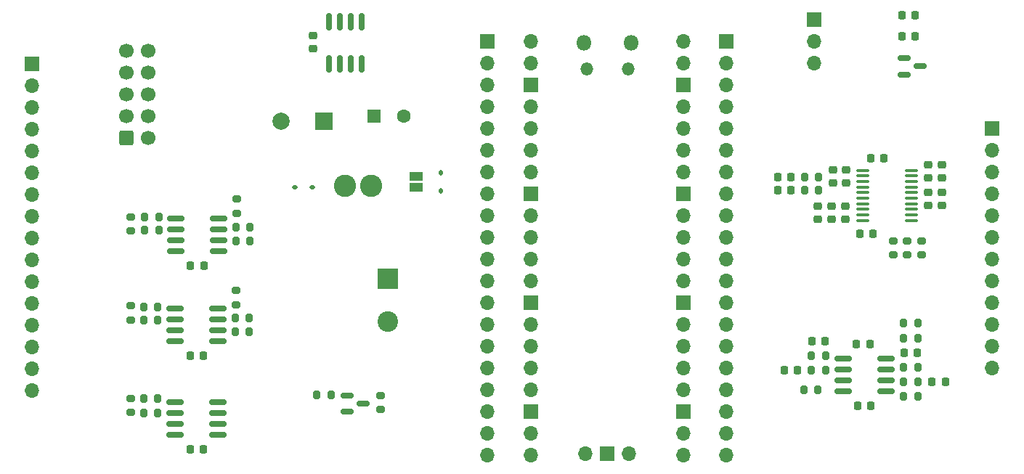
<source format=gbr>
%TF.GenerationSoftware,KiCad,Pcbnew,7.0.2*%
%TF.CreationDate,2025-03-27T17:53:26+00:00*%
%TF.ProjectId,dk2_04b_bottom,646b325f-3034-4625-9f62-6f74746f6d2e,rev?*%
%TF.SameCoordinates,Original*%
%TF.FileFunction,Soldermask,Top*%
%TF.FilePolarity,Negative*%
%FSLAX46Y46*%
G04 Gerber Fmt 4.6, Leading zero omitted, Abs format (unit mm)*
G04 Created by KiCad (PCBNEW 7.0.2) date 2025-03-27 17:53:26*
%MOMM*%
%LPD*%
G01*
G04 APERTURE LIST*
G04 Aperture macros list*
%AMRoundRect*
0 Rectangle with rounded corners*
0 $1 Rounding radius*
0 $2 $3 $4 $5 $6 $7 $8 $9 X,Y pos of 4 corners*
0 Add a 4 corners polygon primitive as box body*
4,1,4,$2,$3,$4,$5,$6,$7,$8,$9,$2,$3,0*
0 Add four circle primitives for the rounded corners*
1,1,$1+$1,$2,$3*
1,1,$1+$1,$4,$5*
1,1,$1+$1,$6,$7*
1,1,$1+$1,$8,$9*
0 Add four rect primitives between the rounded corners*
20,1,$1+$1,$2,$3,$4,$5,0*
20,1,$1+$1,$4,$5,$6,$7,0*
20,1,$1+$1,$6,$7,$8,$9,0*
20,1,$1+$1,$8,$9,$2,$3,0*%
G04 Aperture macros list end*
%ADD10RoundRect,0.200000X0.275000X-0.200000X0.275000X0.200000X-0.275000X0.200000X-0.275000X-0.200000X0*%
%ADD11RoundRect,0.200000X-0.200000X-0.275000X0.200000X-0.275000X0.200000X0.275000X-0.200000X0.275000X0*%
%ADD12RoundRect,0.200000X0.200000X0.275000X-0.200000X0.275000X-0.200000X-0.275000X0.200000X-0.275000X0*%
%ADD13RoundRect,0.100000X-0.637500X-0.100000X0.637500X-0.100000X0.637500X0.100000X-0.637500X0.100000X0*%
%ADD14RoundRect,0.150000X0.150000X-0.825000X0.150000X0.825000X-0.150000X0.825000X-0.150000X-0.825000X0*%
%ADD15RoundRect,0.200000X-0.275000X0.200000X-0.275000X-0.200000X0.275000X-0.200000X0.275000X0.200000X0*%
%ADD16RoundRect,0.225000X0.225000X0.250000X-0.225000X0.250000X-0.225000X-0.250000X0.225000X-0.250000X0*%
%ADD17R,1.700000X1.700000*%
%ADD18O,1.700000X1.700000*%
%ADD19RoundRect,0.225000X-0.250000X0.225000X-0.250000X-0.225000X0.250000X-0.225000X0.250000X0.225000X0*%
%ADD20RoundRect,0.112500X-0.112500X0.187500X-0.112500X-0.187500X0.112500X-0.187500X0.112500X0.187500X0*%
%ADD21RoundRect,0.150000X-0.825000X-0.150000X0.825000X-0.150000X0.825000X0.150000X-0.825000X0.150000X0*%
%ADD22RoundRect,0.225000X-0.225000X-0.250000X0.225000X-0.250000X0.225000X0.250000X-0.225000X0.250000X0*%
%ADD23RoundRect,0.150000X-0.587500X-0.150000X0.587500X-0.150000X0.587500X0.150000X-0.587500X0.150000X0*%
%ADD24R,1.500000X1.000000*%
%ADD25RoundRect,0.112500X0.187500X0.112500X-0.187500X0.112500X-0.187500X-0.112500X0.187500X-0.112500X0*%
%ADD26RoundRect,0.225000X0.250000X-0.225000X0.250000X0.225000X-0.250000X0.225000X-0.250000X-0.225000X0*%
%ADD27R,2.400000X2.400000*%
%ADD28C,2.400000*%
%ADD29RoundRect,0.250000X-0.600000X-0.600000X0.600000X-0.600000X0.600000X0.600000X-0.600000X0.600000X0*%
%ADD30C,1.700000*%
%ADD31C,2.600000*%
%ADD32R,1.600000X1.600000*%
%ADD33C,1.600000*%
%ADD34R,2.000000X2.000000*%
%ADD35C,2.000000*%
%ADD36O,1.800000X1.800000*%
%ADD37O,1.500000X1.500000*%
G04 APERTURE END LIST*
D10*
%TO.C,R11*%
X184432500Y-80770000D03*
X184432500Y-79120000D03*
%TD*%
D11*
%TO.C,R8*%
X185660000Y-90435000D03*
X187310000Y-90435000D03*
%TD*%
D12*
%TO.C,R2*%
X187310000Y-97235000D03*
X185660000Y-97235000D03*
%TD*%
D13*
%TO.C,U4*%
X180857500Y-70895000D03*
X180857500Y-71545000D03*
X180857500Y-72195000D03*
X180857500Y-72845000D03*
X180857500Y-73495000D03*
X180857500Y-74145000D03*
X180857500Y-74795000D03*
X180857500Y-75445000D03*
X180857500Y-76095000D03*
X180857500Y-76745000D03*
X186582500Y-76745000D03*
X186582500Y-76095000D03*
X186582500Y-75445000D03*
X186582500Y-74795000D03*
X186582500Y-74145000D03*
X186582500Y-73495000D03*
X186582500Y-72845000D03*
X186582500Y-72195000D03*
X186582500Y-71545000D03*
X186582500Y-70895000D03*
%TD*%
D14*
%TO.C,U8*%
X118627323Y-58475000D03*
X119897323Y-58475000D03*
X121167323Y-58475000D03*
X122437323Y-58475000D03*
X122437323Y-53525000D03*
X121167323Y-53525000D03*
X119897323Y-53525000D03*
X118627323Y-53525000D03*
%TD*%
D11*
%TO.C,R14*%
X117250000Y-97110000D03*
X118900000Y-97110000D03*
%TD*%
D10*
%TO.C,R10*%
X186082500Y-80770000D03*
X186082500Y-79120000D03*
%TD*%
D15*
%TO.C,R19*%
X95515000Y-76295000D03*
X95515000Y-77945000D03*
%TD*%
D16*
%TO.C,C3*%
X190510000Y-95535000D03*
X188960000Y-95535000D03*
%TD*%
D17*
%TO.C,J1*%
X84000000Y-58500000D03*
D18*
X84000000Y-61040000D03*
X84000000Y-63580000D03*
X84000000Y-66120000D03*
X84000000Y-68660000D03*
X84000000Y-71200000D03*
X84000000Y-73740000D03*
X84000000Y-76280000D03*
X84000000Y-78820000D03*
X84000000Y-81360000D03*
X84000000Y-83900000D03*
X84000000Y-86440000D03*
X84000000Y-88980000D03*
X84000000Y-91520000D03*
X84000000Y-94060000D03*
X84000000Y-96600000D03*
%TD*%
D19*
%TO.C,C20*%
X177382500Y-70845000D03*
X177382500Y-72395000D03*
%TD*%
%TO.C,C16*%
X190082500Y-70245000D03*
X190082500Y-71795000D03*
%TD*%
D20*
%TO.C,D3*%
X131700000Y-71200000D03*
X131700000Y-73300000D03*
%TD*%
D21*
%TO.C,U3*%
X178635000Y-92865000D03*
X178635000Y-94135000D03*
X178635000Y-95405000D03*
X178635000Y-96675000D03*
X183585000Y-96675000D03*
X183585000Y-95405000D03*
X183585000Y-94135000D03*
X183585000Y-92865000D03*
%TD*%
D22*
%TO.C,C2*%
X171710000Y-94235000D03*
X173260000Y-94235000D03*
%TD*%
D19*
%TO.C,C11*%
X175682500Y-75045000D03*
X175682500Y-76595000D03*
%TD*%
D11*
%TO.C,R3*%
X174910000Y-94235000D03*
X176560000Y-94235000D03*
%TD*%
D10*
%TO.C,R20*%
X107915000Y-75895000D03*
X107915000Y-74245000D03*
%TD*%
D19*
%TO.C,C14*%
X188482500Y-70245000D03*
X188482500Y-71795000D03*
%TD*%
D23*
%TO.C,U2*%
X185732500Y-57800000D03*
X185732500Y-59700000D03*
X187607500Y-58750000D03*
%TD*%
D22*
%TO.C,C1*%
X185455000Y-52760000D03*
X187005000Y-52760000D03*
%TD*%
D12*
%TO.C,R13*%
X175732500Y-73245000D03*
X174082500Y-73245000D03*
%TD*%
D21*
%TO.C,U5*%
X100815000Y-76495000D03*
X100815000Y-77765000D03*
X100815000Y-79035000D03*
X100815000Y-80305000D03*
X105765000Y-80305000D03*
X105765000Y-79035000D03*
X105765000Y-77765000D03*
X105765000Y-76495000D03*
%TD*%
D19*
%TO.C,C17*%
X188482500Y-73445000D03*
X188482500Y-74995000D03*
%TD*%
D12*
%TO.C,R17*%
X98815000Y-77895000D03*
X97165000Y-77895000D03*
%TD*%
D11*
%TO.C,R1*%
X174000000Y-96500000D03*
X175650000Y-96500000D03*
%TD*%
D10*
%TO.C,R15*%
X124650000Y-98810000D03*
X124650000Y-97160000D03*
%TD*%
D17*
%TO.C,J2*%
X196000000Y-66000000D03*
D18*
X196000000Y-68540000D03*
X196000000Y-71080000D03*
X196000000Y-73620000D03*
X196000000Y-76160000D03*
X196000000Y-78700000D03*
X196000000Y-81240000D03*
X196000000Y-83780000D03*
X196000000Y-86320000D03*
X196000000Y-88860000D03*
X196000000Y-91400000D03*
X196000000Y-93940000D03*
%TD*%
D12*
%TO.C,R21*%
X98815000Y-76295000D03*
X97165000Y-76295000D03*
%TD*%
D16*
%TO.C,C23*%
X104015000Y-92495000D03*
X102465000Y-92495000D03*
%TD*%
D11*
%TO.C,R22*%
X107715000Y-89695000D03*
X109365000Y-89695000D03*
%TD*%
D12*
%TO.C,R6*%
X187310000Y-93835000D03*
X185660000Y-93835000D03*
%TD*%
D11*
%TO.C,R16*%
X107815000Y-79095000D03*
X109465000Y-79095000D03*
%TD*%
D12*
%TO.C,R23*%
X98715000Y-88395000D03*
X97065000Y-88395000D03*
%TD*%
D21*
%TO.C,U7*%
X100740000Y-97890000D03*
X100740000Y-99160000D03*
X100740000Y-100430000D03*
X100740000Y-101700000D03*
X105690000Y-101700000D03*
X105690000Y-100430000D03*
X105690000Y-99160000D03*
X105690000Y-97890000D03*
%TD*%
D12*
%TO.C,R28*%
X98715000Y-99195000D03*
X97065000Y-99195000D03*
%TD*%
D11*
%TO.C,R7*%
X185660000Y-88735000D03*
X187310000Y-88735000D03*
%TD*%
D19*
%TO.C,C15*%
X190082500Y-73445000D03*
X190082500Y-74995000D03*
%TD*%
D16*
%TO.C,C24*%
X104015000Y-103395000D03*
X102465000Y-103395000D03*
%TD*%
D11*
%TO.C,R5*%
X174910000Y-92535000D03*
X176560000Y-92535000D03*
%TD*%
D24*
%TO.C,JP2*%
X128800000Y-72900001D03*
X128800000Y-71600001D03*
%TD*%
D16*
%TO.C,C6*%
X181810000Y-98335000D03*
X180260000Y-98335000D03*
%TD*%
D10*
%TO.C,R26*%
X107815000Y-86545000D03*
X107815000Y-84895000D03*
%TD*%
D19*
%TO.C,C9*%
X178882500Y-75045000D03*
X178882500Y-76595000D03*
%TD*%
D16*
%TO.C,C8*%
X187260000Y-92135000D03*
X185710000Y-92135000D03*
%TD*%
D12*
%TO.C,R27*%
X98715000Y-86795000D03*
X97065000Y-86795000D03*
%TD*%
%TO.C,R12*%
X175732500Y-71645000D03*
X174082500Y-71645000D03*
%TD*%
D16*
%TO.C,C22*%
X104065000Y-81995000D03*
X102515000Y-81995000D03*
%TD*%
%TO.C,C5*%
X181710000Y-91135000D03*
X180160000Y-91135000D03*
%TD*%
D12*
%TO.C,R4*%
X187310000Y-95535000D03*
X185660000Y-95535000D03*
%TD*%
D11*
%TO.C,R18*%
X107815000Y-77495000D03*
X109465000Y-77495000D03*
%TD*%
D19*
%TO.C,C10*%
X177282500Y-75045000D03*
X177282500Y-76595000D03*
%TD*%
%TO.C,C18*%
X178982500Y-70845000D03*
X178982500Y-72395000D03*
%TD*%
D16*
%TO.C,C21*%
X172532500Y-73245000D03*
X170982500Y-73245000D03*
%TD*%
D22*
%TO.C,C7*%
X174960000Y-90835000D03*
X176510000Y-90835000D03*
%TD*%
D21*
%TO.C,U6*%
X100740000Y-86990000D03*
X100740000Y-88260000D03*
X100740000Y-89530000D03*
X100740000Y-90800000D03*
X105690000Y-90800000D03*
X105690000Y-89530000D03*
X105690000Y-88260000D03*
X105690000Y-86990000D03*
%TD*%
D25*
%TO.C,D2*%
X116750000Y-72900000D03*
X114650000Y-72900000D03*
%TD*%
D22*
%TO.C,C12*%
X181782500Y-69445000D03*
X183332500Y-69445000D03*
%TD*%
D16*
%TO.C,C19*%
X172532500Y-71645000D03*
X170982500Y-71645000D03*
%TD*%
D12*
%TO.C,R30*%
X98715000Y-97495000D03*
X97065000Y-97495000D03*
%TD*%
D26*
%TO.C,C26*%
X116832323Y-56700000D03*
X116832323Y-55150000D03*
%TD*%
D22*
%TO.C,C4*%
X185455000Y-55270000D03*
X187005000Y-55270000D03*
%TD*%
D16*
%TO.C,C13*%
X182082500Y-78245000D03*
X180532500Y-78245000D03*
%TD*%
D11*
%TO.C,R24*%
X107715000Y-88095000D03*
X109365000Y-88095000D03*
%TD*%
D10*
%TO.C,R9*%
X187782500Y-80770000D03*
X187782500Y-79120000D03*
%TD*%
D23*
%TO.C,Q1*%
X120775000Y-97160000D03*
X120775000Y-99060000D03*
X122650000Y-98110000D03*
%TD*%
D15*
%TO.C,R25*%
X95515000Y-86695000D03*
X95515000Y-88345000D03*
%TD*%
%TO.C,R29*%
X95515000Y-97495000D03*
X95515000Y-99145000D03*
%TD*%
D27*
%TO.C,C28*%
X125500000Y-83500000D03*
D28*
X125500000Y-88500000D03*
%TD*%
D29*
%TO.C,J3*%
X95000000Y-67080000D03*
D30*
X97540000Y-67080000D03*
X95000000Y-64540000D03*
X97540000Y-64540000D03*
X95000000Y-62000000D03*
X97540000Y-62000000D03*
X95000000Y-59460000D03*
X97540000Y-59460000D03*
X95000000Y-56920000D03*
X97540000Y-56920000D03*
%TD*%
D31*
%TO.C,L1*%
X120532323Y-72700000D03*
X123532323Y-72700000D03*
%TD*%
D17*
%TO.C,J4*%
X165000000Y-55880000D03*
D18*
X165000000Y-58420000D03*
X165000000Y-60960000D03*
X165000000Y-63500000D03*
X165000000Y-66040000D03*
X165000000Y-68580000D03*
X165000000Y-71120000D03*
X165000000Y-73660000D03*
X165000000Y-76200000D03*
X165000000Y-78740000D03*
X165000000Y-81280000D03*
X165000000Y-83820000D03*
X165000000Y-86360000D03*
X165000000Y-88900000D03*
X165000000Y-91440000D03*
X165000000Y-93980000D03*
X165000000Y-96520000D03*
X165000000Y-99060000D03*
X165000000Y-101600000D03*
X165000000Y-104140000D03*
%TD*%
D32*
%TO.C,C27*%
X123879672Y-64600000D03*
D33*
X127379672Y-64600000D03*
%TD*%
D34*
%TO.C,C25*%
X118100000Y-65200000D03*
D35*
X113100000Y-65200000D03*
%TD*%
D17*
%TO.C,J6*%
X175260000Y-53340000D03*
D18*
X175260000Y-55880000D03*
X175260000Y-58420000D03*
%TD*%
D17*
%TO.C,J5*%
X137160000Y-55880000D03*
D18*
X137160000Y-58420000D03*
X137160000Y-60960000D03*
X137160000Y-63500000D03*
X137160000Y-66040000D03*
X137160000Y-68580000D03*
X137160000Y-71120000D03*
X137160000Y-73660000D03*
X137160000Y-76200000D03*
X137160000Y-78740000D03*
X137160000Y-81280000D03*
X137160000Y-83820000D03*
X137160000Y-86360000D03*
X137160000Y-88900000D03*
X137160000Y-91440000D03*
X137160000Y-93980000D03*
X137160000Y-96520000D03*
X137160000Y-99060000D03*
X137160000Y-101600000D03*
X137160000Y-104140000D03*
%TD*%
D36*
%TO.C,U1*%
X153855000Y-56010000D03*
D37*
X153555000Y-59040000D03*
X148705000Y-59040000D03*
D36*
X148405000Y-56010000D03*
D18*
X160020000Y-55880000D03*
X160020000Y-58420000D03*
D17*
X160020000Y-60960000D03*
D18*
X160020000Y-63500000D03*
X160020000Y-66040000D03*
X160020000Y-68580000D03*
X160020000Y-71120000D03*
D17*
X160020000Y-73660000D03*
D18*
X160020000Y-76200000D03*
X160020000Y-78740000D03*
X160020000Y-81280000D03*
X160020000Y-83820000D03*
D17*
X160020000Y-86360000D03*
D18*
X160020000Y-88900000D03*
X160020000Y-91440000D03*
X160020000Y-93980000D03*
X160020000Y-96520000D03*
D17*
X160020000Y-99060000D03*
D18*
X160020000Y-101600000D03*
X160020000Y-104140000D03*
X142240000Y-104140000D03*
X142240000Y-101600000D03*
D17*
X142240000Y-99060000D03*
D18*
X142240000Y-96520000D03*
X142240000Y-93980000D03*
X142240000Y-91440000D03*
X142240000Y-88900000D03*
D17*
X142240000Y-86360000D03*
D18*
X142240000Y-83820000D03*
X142240000Y-81280000D03*
X142240000Y-78740000D03*
X142240000Y-76200000D03*
D17*
X142240000Y-73660000D03*
D18*
X142240000Y-71120000D03*
X142240000Y-68580000D03*
X142240000Y-66040000D03*
X142240000Y-63500000D03*
D17*
X142240000Y-60960000D03*
D18*
X142240000Y-58420000D03*
X142240000Y-55880000D03*
X153670000Y-103910000D03*
D17*
X151130000Y-103910000D03*
D18*
X148590000Y-103910000D03*
%TD*%
M02*

</source>
